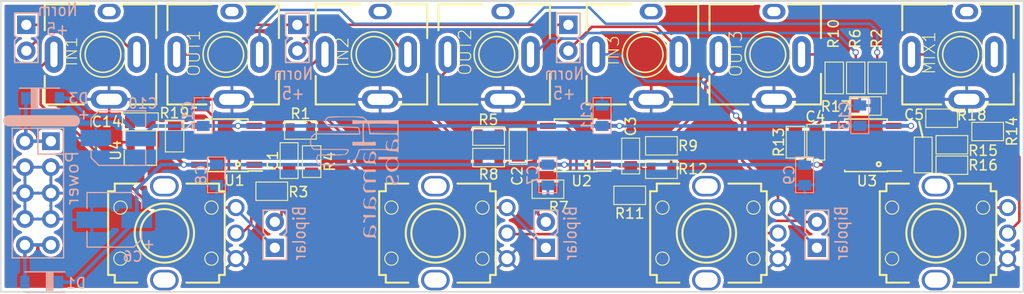
<source format=kicad_pcb>
(kicad_pcb (version 4) (host pcbnew 4.0.5)
  (layers (0 Top signal hide) (31 Bottom signal) (34 B.Paste user hide) (35 F.Paste user hide) (36 B.SilkS user) (37 F.SilkS user hide) (38 B.Mask user hide) (39 F.Mask user hide) (44 Edge.Cuts user))
  (net 0 "")
  (net 1 GNDA)
  (net 2 "Net-(ATT1-Pad2)")
  (net 3 "Net-(ATT1-Pad3)")
  (net 4 "Net-(ATT2-Pad2)")
  (net 5 "Net-(ATT2-Pad3)")
  (net 6 "Net-(ATT3-Pad2)")
  (net 7 "Net-(ATT3-Pad3)")
  (net 8 "Net-(C1-Pad1)")
  (net 9 "Net-(C1-Pad2)")
  (net 10 "Net-(C2-Pad1)")
  (net 11 "Net-(C2-Pad2)")
  (net 12 "Net-(C3-Pad1)")
  (net 13 "Net-(C3-Pad2)")
  (net 14 "Net-(C4-Pad1)")
  (net 15 "Net-(C4-Pad2)")
  (net 16 "Net-(C5-Pad1)")
  (net 17 "Net-(C5-Pad2)")
  (net 18 +12VA)
  (net 19 -12VA)
  (net 20 "Net-(C14-Pad1)")
  (net 21 "Net-(IN1-Pad2)")
  (net 22 "Net-(IN2-Pad2)")
  (net 23 "Net-(IN3-Pad2)")
  (net 24 "Net-(JP1-Pad2)")
  (net 25 +5V_ref)
  (net 26 "Net-(JP3-Pad2)")
  (net 27 "Net-(JP5-Pad2)")
  (net 28 "Net-(MIX1-Pad3)")
  (net 29 "Net-(OUT1-Pad2)")
  (net 30 "Net-(OUT1-Pad3)")
  (net 31 "Net-(OUT2-Pad2)")
  (net 32 "Net-(OUT2-Pad3)")
  (net 33 "Net-(OUT3-Pad2)")
  (net 34 "Net-(OUT3-Pad3)")
  (net 35 "Net-(R17-Pad2)")
  (net 36 "Net-(R18-Pad2)")
  (net 37 /+12_IN)
  (net 38 "Net-(MIX1-Pad2)")
  (net 39 /-12_IN)
  (net 40 "Net-(MIXLVL1-Pad2)")
  (net 41 "Net-(IN1-Pad4)")
  (net 42 "Net-(IN2-Pad4)")
  (net 43 "Net-(IN3-Pad4)")
  (net 44 "Net-(MIX1-Pad4)")
  (net 45 "Net-(OUT1-Pad4)")
  (net 46 "Net-(OUT2-Pad4)")
  (net 47 "Net-(OUT3-Pad4)")
  (module Capacitors_SMD:CP_Elec_5x5.8 (layer Bottom) (at 109.6 112.2 180)
    (fp_text reference C6 (at -1.8 -3.6 180) (layer B.SilkS) (effects (justify mirror)))
    (fp_text value 22uF)
    (fp_text user + (at -3.38 -2.35 180) (layer B.SilkS) (effects (justify mirror)))
    (pad 1 smd rect (at -2.2 0) (size 3 1.6) (layers Bottom B.Paste B.Mask) (net 18 +12VA))
    (pad 2 smd rect (at 2.2 0) (size 3 1.6) (layers Bottom B.Paste B.Mask) (net 1 GNDA))
  )
  (module Capacitors_SMD:CP_Elec_5x5.8 (layer Bottom) (at 110 104.2)
    (fp_text reference C10 (at 2.4 -3.4) (layer B.SilkS) (effects (justify mirror)))
    (fp_text value 22uF)
    (fp_text user + (at -3.38 -2.35) (layer B.SilkS) (effects (justify mirror)))
    (pad 1 smd rect (at -2.2 0 180) (size 3 1.6) (layers Bottom B.Paste B.Mask) (net 1 GNDA))
    (pad 2 smd rect (at 2.2 0 180) (size 3 1.6) (layers Bottom B.Paste B.Mask) (net 19 -12VA))
  )
  (module TO_SOT_Packages_SMD:SOT-23_Handsoldering (layer Top) (at 112.15 106.1 270)
    (fp_text reference U4 (at -0.7 2.4 270) (layer F.SilkS))
    (fp_text value LM4040-5)
    (pad 1 smd rect (at -1.5 -0.95 270) (size 1.9 0.8) (layers Top F.Paste F.Mask) (net 20 "Net-(C14-Pad1)"))
    (pad 2 smd rect (at -1.5 0.95 270) (size 1.9 0.8) (layers Top F.Paste F.Mask) (net 1 GNDA))
    (pad 3 smd rect (at 1.5 0 270) (size 1.9 0.8) (layers Top F.Paste F.Mask))
  )
  (module Housings_SOIC:SOIC-8_3.9x4.9mm_Pitch1.27mm (layer Top) (at 120.6 104.9 180)
    (fp_text reference U1 (at -0.75 -3.45 180) (layer F.SilkS))
    (fp_text value OPA1678)
    (pad 1 smd rect (at -2.7 -1.905 180) (size 1.55 0.6) (layers Top F.Paste F.Mask) (net 8 "Net-(C1-Pad1)"))
    (pad 2 smd rect (at -2.7 -0.635 180) (size 1.55 0.6) (layers Top F.Paste F.Mask) (net 9 "Net-(C1-Pad2)"))
    (pad 3 smd rect (at -2.7 0.635 180) (size 1.55 0.6) (layers Top F.Paste F.Mask) (net 2 "Net-(ATT1-Pad2)"))
    (pad 4 smd rect (at -2.7 1.905 180) (size 1.55 0.6) (layers Top F.Paste F.Mask) (net 19 -12VA))
    (pad 5 smd rect (at 2.7 1.905 180) (size 1.55 0.6) (layers Top F.Paste F.Mask) (net 20 "Net-(C14-Pad1)"))
    (pad 6 smd rect (at 2.7 0.635 180) (size 1.55 0.6) (layers Top F.Paste F.Mask) (net 25 +5V_ref))
    (pad 7 smd rect (at 2.7 -0.635 180) (size 1.55 0.6) (layers Top F.Paste F.Mask) (net 25 +5V_ref))
    (pad 8 smd rect (at 2.7 -1.905 180) (size 1.55 0.6) (layers Top F.Paste F.Mask) (net 18 +12VA))
  )
  (module Housings_SOIC:SOIC-8_3.9x4.9mm_Pitch1.27mm (layer Top) (at 154.7 104.9 180)
    (fp_text reference U2 (at -0.6 -3.5 180) (layer F.SilkS))
    (fp_text value OPA1678)
    (pad 1 smd rect (at -2.7 -1.905 180) (size 1.55 0.6) (layers Top F.Paste F.Mask) (net 12 "Net-(C3-Pad1)"))
    (pad 2 smd rect (at -2.7 -0.635 180) (size 1.55 0.6) (layers Top F.Paste F.Mask) (net 13 "Net-(C3-Pad2)"))
    (pad 3 smd rect (at -2.7 0.635 180) (size 1.55 0.6) (layers Top F.Paste F.Mask) (net 6 "Net-(ATT3-Pad2)"))
    (pad 4 smd rect (at -2.7 1.905 180) (size 1.55 0.6) (layers Top F.Paste F.Mask) (net 19 -12VA))
    (pad 5 smd rect (at 2.7 1.905 180) (size 1.55 0.6) (layers Top F.Paste F.Mask) (net 4 "Net-(ATT2-Pad2)"))
    (pad 6 smd rect (at 2.7 0.635 180) (size 1.55 0.6) (layers Top F.Paste F.Mask) (net 11 "Net-(C2-Pad2)"))
    (pad 7 smd rect (at 2.7 -0.635 180) (size 1.55 0.6) (layers Top F.Paste F.Mask) (net 10 "Net-(C2-Pad1)"))
    (pad 8 smd rect (at 2.7 -1.905 180) (size 1.55 0.6) (layers Top F.Paste F.Mask) (net 18 +12VA))
  )
  (module Housings_SOIC:SOIC-8_3.9x4.9mm_Pitch1.27mm (layer Top) (at 183.1 104.9 180)
    (fp_text reference U3 (at -0.1 -3.5 180) (layer F.SilkS))
    (fp_text value OPA1678)
    (pad 1 smd rect (at -2.7 -1.905 180) (size 1.55 0.6) (layers Top F.Paste F.Mask) (net 16 "Net-(C5-Pad1)"))
    (pad 2 smd rect (at -2.7 -0.635 180) (size 1.55 0.6) (layers Top F.Paste F.Mask) (net 17 "Net-(C5-Pad2)"))
    (pad 3 smd rect (at -2.7 0.635 180) (size 1.55 0.6) (layers Top F.Paste F.Mask) (net 36 "Net-(R18-Pad2)"))
    (pad 4 smd rect (at -2.7 1.905 180) (size 1.55 0.6) (layers Top F.Paste F.Mask) (net 19 -12VA))
    (pad 5 smd rect (at 2.7 1.905 180) (size 1.55 0.6) (layers Top F.Paste F.Mask) (net 35 "Net-(R17-Pad2)"))
    (pad 6 smd rect (at 2.7 0.635 180) (size 1.55 0.6) (layers Top F.Paste F.Mask) (net 15 "Net-(C4-Pad2)"))
    (pad 7 smd rect (at 2.7 -0.635 180) (size 1.55 0.6) (layers Top F.Paste F.Mask) (net 14 "Net-(C4-Pad1)"))
    (pad 8 smd rect (at 2.7 -1.905 180) (size 1.55 0.6) (layers Top F.Paste F.Mask) (net 18 +12VA))
  )
  (module Daves_footprints:D_SOD-123 (layer Bottom) (at 102.6 100.3)
    (fp_text reference D3 (at 3.5 0) (layer B.SilkS) (effects (justify mirror)))
    (fp_text value 1N5819)
    (pad 1 smd rect (at -1.65 0) (size 0.9 1.2) (layers Bottom B.Paste B.Mask) (net 39 /-12_IN))
    (pad 2 smd rect (at 1.65 0) (size 0.9 1.2) (layers Bottom B.Paste B.Mask) (net 19 -12VA))
  )
  (module Daves_footprints:D_SOD-123 (layer Bottom) (at 102.5 118.3 180)
    (fp_text reference D1 (at -3.35 -0.1 180) (layer B.SilkS) (effects (justify mirror)))
    (fp_text value 1N5819)
    (pad 1 smd rect (at -1.65 0 180) (size 0.9 1.2) (layers Bottom B.Paste B.Mask) (net 18 +12VA))
    (pad 2 smd rect (at 1.65 0 180) (size 0.9 1.2) (layers Bottom B.Paste B.Mask) (net 37 /+12_IN))
  )
  (module Daves_footprints:Hamara_labs_4_tiny (layer Bottom) (at 133.1 108.1 270)
    (fp_text reference G*** hide)
    (fp_text value LOGO hide)
  )
  (module Daves_footprints:jump-2P (layer Bottom) (at 154 93.1 270)
    (fp_text reference JP6 hide)
    (fp_text value header-2P hide)
    (pad 1 thru_hole rect (at 0 0 270) (size 1.8 1.8) (drill 1) (layers *.Cu *.Mask) (net 25 +5V_ref))
    (pad 2 thru_hole circle (at 2.54 0 270) (size 1.8 1.8) (drill 1) (layers *.Cu *.Mask) (net 23 "Net-(IN3-Pad2)"))
  )
  (module Daves_footprints:jump-2P (layer Bottom) (at 178.3 114.94 90)
    (fp_text reference JP5 hide)
    (fp_text value header-2P hide)
    (pad 1 thru_hole rect (at 0 0 90) (size 1.8 1.8) (drill 1) (layers *.Cu *.Mask) (net 7 "Net-(ATT3-Pad3)"))
    (pad 2 thru_hole circle (at 2.54 0 90) (size 1.8 1.8) (drill 1) (layers *.Cu *.Mask) (net 27 "Net-(JP5-Pad2)"))
  )
  (module Daves_footprints:jump-2P (layer Bottom) (at 127.5 93.1 270)
    (fp_text reference JP4 hide)
    (fp_text value header-2P hide)
    (pad 1 thru_hole rect (at 0 0 270) (size 1.8 1.8) (drill 1) (layers *.Cu *.Mask) (net 25 +5V_ref))
    (pad 2 thru_hole circle (at 2.54 0 270) (size 1.8 1.8) (drill 1) (layers *.Cu *.Mask) (net 22 "Net-(IN2-Pad2)"))
  )
  (module Daves_footprints:jump-2P (layer Bottom) (at 151.8 114.94 90)
    (fp_text reference JP3 hide)
    (fp_text value header-2P hide)
    (pad 1 thru_hole rect (at 0 0 90) (size 1.8 1.8) (drill 1) (layers *.Cu *.Mask) (net 5 "Net-(ATT2-Pad3)"))
    (pad 2 thru_hole circle (at 2.54 0 90) (size 1.8 1.8) (drill 1) (layers *.Cu *.Mask) (net 26 "Net-(JP3-Pad2)"))
  )
  (module Daves_footprints:jump-2P (layer Bottom) (at 101 93.1 270)
    (fp_text reference JP2 hide)
    (fp_text value header-2P hide)
    (pad 1 thru_hole rect (at 0 0 270) (size 1.8 1.8) (drill 1) (layers *.Cu *.Mask) (net 25 +5V_ref))
    (pad 2 thru_hole circle (at 2.54 0 270) (size 1.8 1.8) (drill 1) (layers *.Cu *.Mask) (net 21 "Net-(IN1-Pad2)"))
  )
  (module Daves_footprints:jump-2P (layer Bottom) (at 125.3 114.94 90)
    (fp_text reference JP1 hide)
    (fp_text value header-2P hide)
    (pad 1 thru_hole rect (at 0 0 90) (size 1.8 1.8) (drill 1) (layers *.Cu *.Mask) (net 3 "Net-(ATT1-Pad3)"))
    (pad 2 thru_hole circle (at 2.54 0 90) (size 1.8 1.8) (drill 1) (layers *.Cu *.Mask) (net 24 "Net-(JP1-Pad2)"))
  )
  (module Daves_footprints:C_0805_DKH (layer Top) (at 126.7 106.4 90)
    (fp_text reference C1 (at 0 -1.6 90) (layer F.SilkS))
    (fp_text value 10pF)
    (pad 1 smd rect (at -1 0 90) (size 1 1.25) (layers Top F.Paste F.Mask) (net 8 "Net-(C1-Pad1)"))
    (pad 2 smd rect (at 1 0 90) (size 1 1.25) (layers Top F.Paste F.Mask) (net 9 "Net-(C1-Pad2)"))
  )
  (module Daves_footprints:C_0805_DKH (layer Top) (at 149.1 105 90)
    (fp_text reference C2 (at -2.9 -0.1 90) (layer F.SilkS))
    (fp_text value 10pF)
    (pad 1 smd rect (at -1 0 90) (size 1 1.25) (layers Top F.Paste F.Mask) (net 10 "Net-(C2-Pad1)"))
    (pad 2 smd rect (at 1 0 90) (size 1 1.25) (layers Top F.Paste F.Mask) (net 11 "Net-(C2-Pad2)"))
  )
  (module Daves_footprints:C_0805_DKH (layer Top) (at 160.1 105.95 90)
    (fp_text reference C3 (at 2.9 0 90) (layer F.SilkS))
    (fp_text value 10pF)
    (pad 1 smd rect (at -1 0 90) (size 1 1.25) (layers Top F.Paste F.Mask) (net 12 "Net-(C3-Pad1)"))
    (pad 2 smd rect (at 1 0 90) (size 1 1.25) (layers Top F.Paste F.Mask) (net 13 "Net-(C3-Pad2)"))
  )
  (module Daves_footprints:C_0805_DKH (layer Top) (at 178.2 104.6 90)
    (fp_text reference C4 (at 2.5 -0.05 180) (layer F.SilkS))
    (fp_text value 10pF)
    (pad 1 smd rect (at -1 0 90) (size 1 1.25) (layers Top F.Paste F.Mask) (net 14 "Net-(C4-Pad1)"))
    (pad 2 smd rect (at 1 0 90) (size 1 1.25) (layers Top F.Paste F.Mask) (net 15 "Net-(C4-Pad2)"))
  )
  (module Daves_footprints:C_0805_DKH (layer Top) (at 188.7 105.85 90)
    (fp_text reference C5 (at 3.95 -0.9 180) (layer F.SilkS))
    (fp_text value 10pF)
    (pad 1 smd rect (at -1 0 90) (size 1 1.25) (layers Top F.Paste F.Mask) (net 16 "Net-(C5-Pad1)"))
    (pad 2 smd rect (at 1 0 90) (size 1 1.25) (layers Top F.Paste F.Mask) (net 17 "Net-(C5-Pad2)"))
  )
  (module Daves_footprints:C_0805_DKH (layer Bottom) (at 152 107.8 270)
    (fp_text reference C7 (at 0 1.5 270) (layer B.SilkS) (effects (justify mirror)))
    (fp_text value 100nF)
    (pad 1 smd rect (at -1 0 270) (size 1 1.25) (layers Bottom B.Paste B.Mask) (net 18 +12VA))
    (pad 2 smd rect (at 1 0 270) (size 1 1.25) (layers Bottom B.Paste B.Mask) (net 1 GNDA))
  )
  (module Daves_footprints:C_0805_DKH (layer Bottom) (at 119.6 107.8 270)
    (fp_text reference C8 (at 0 1.5 270) (layer B.SilkS) (effects (justify mirror)))
    (fp_text value 100nF)
    (pad 1 smd rect (at -1 0 270) (size 1 1.25) (layers Bottom B.Paste B.Mask) (net 18 +12VA))
    (pad 2 smd rect (at 1 0 270) (size 1 1.25) (layers Bottom B.Paste B.Mask) (net 1 GNDA))
  )
  (module Daves_footprints:C_0805_DKH (layer Bottom) (at 177.1 107.8 270)
    (fp_text reference C9 (at 0 1.5 270) (layer B.SilkS) (effects (justify mirror)))
    (fp_text value 100nF)
    (pad 1 smd rect (at -1 0 270) (size 1 1.25) (layers Bottom B.Paste B.Mask) (net 18 +12VA))
    (pad 2 smd rect (at 1 0 270) (size 1 1.25) (layers Bottom B.Paste B.Mask) (net 1 GNDA))
  )
  (module Daves_footprints:C_0805_DKH (layer Bottom) (at 157.3 102 270)
    (fp_text reference C11 (at 0 1.5 270) (layer B.SilkS) (effects (justify mirror)))
    (fp_text value 100nF)
    (pad 1 smd rect (at -1 0 270) (size 1 1.25) (layers Bottom B.Paste B.Mask) (net 1 GNDA))
    (pad 2 smd rect (at 1 0 270) (size 1 1.25) (layers Bottom B.Paste B.Mask) (net 19 -12VA))
  )
  (module Daves_footprints:C_0805_DKH (layer Bottom) (at 118.3 102 270)
    (fp_text reference C12 (at 0 1.5 270) (layer B.SilkS) (effects (justify mirror)))
    (fp_text value 100nF)
    (pad 1 smd rect (at -1 0 270) (size 1 1.25) (layers Bottom B.Paste B.Mask) (net 1 GNDA))
    (pad 2 smd rect (at 1 0 270) (size 1 1.25) (layers Bottom B.Paste B.Mask) (net 19 -12VA))
  )
  (module Daves_footprints:C_0805_DKH (layer Bottom) (at 182.5 102 270)
    (fp_text reference C13 (at 0 1.5 270) (layer B.SilkS) (effects (justify mirror)))
    (fp_text value 100nF)
    (pad 1 smd rect (at -1 0 270) (size 1 1.25) (layers Bottom B.Paste B.Mask) (net 1 GNDA))
    (pad 2 smd rect (at 1 0 270) (size 1 1.25) (layers Bottom B.Paste B.Mask) (net 19 -12VA))
  )
  (module Daves_footprints:C_0805_DKH (layer Top) (at 112.15 102.6 180)
    (fp_text reference C14 (at 3.3 0 180) (layer F.SilkS))
    (fp_text value 100nF)
    (pad 1 smd rect (at -1 0 180) (size 1 1.25) (layers Top F.Paste F.Mask) (net 20 "Net-(C14-Pad1)"))
    (pad 2 smd rect (at 1 0 180) (size 1 1.25) (layers Top F.Paste F.Mask) (net 1 GNDA))
  )
  (module Daves_footprints:POT_SONG_HUEI_9mm_tall_trimmer (layer Top) (at 189.95 113.5 90)
    (fp_text reference MIXLVL1 hide)
    (fp_text value 10K hide)
    (pad 1 thru_hole circle (at -2.5 7) (size 1.6764 1.6764) (drill 1.1) (layers *.Cu *.Mask) (net 1 GNDA))
    (pad 2 thru_hole circle (at 0 7) (size 1.6764 1.6764) (drill 1.1) (layers *.Cu *.Mask) (net 40 "Net-(MIXLVL1-Pad2)"))
    (pad 3 thru_hole circle (at 2.5 7) (size 1.6764 1.6764) (drill 1.1) (layers *.Cu *.Mask) (net 14 "Net-(C4-Pad1)"))
    (pad M1 thru_hole oval (at 4.6 0 90) (size 2 2.8) (drill oval 1.5 2.2) (layers *.Cu *.Mask))
    (pad M2 thru_hole oval (at -4.6 0 90) (size 2 2.8) (drill oval 1.5 2.2) (layers *.Cu *.Mask))
  )
  (module Daves_footprints:POT_SONG_HUEI_9mm_tall_trimmer (layer Top) (at 167.5 113.5 90)
    (fp_text reference ATT3 hide)
    (fp_text value 100K hide)
    (pad 1 thru_hole circle (at -2.5 7) (size 1.6764 1.6764) (drill 1.1) (layers *.Cu *.Mask) (net 1 GNDA))
    (pad 2 thru_hole circle (at 0 7) (size 1.6764 1.6764) (drill 1.1) (layers *.Cu *.Mask) (net 6 "Net-(ATT3-Pad2)"))
    (pad 3 thru_hole circle (at 2.5 7) (size 1.6764 1.6764) (drill 1.1) (layers *.Cu *.Mask) (net 7 "Net-(ATT3-Pad3)"))
    (pad M1 thru_hole oval (at 4.6 0 90) (size 2 2.8) (drill oval 1.5 2.2) (layers *.Cu *.Mask))
    (pad M2 thru_hole oval (at -4.6 0 90) (size 2 2.8) (drill oval 1.5 2.2) (layers *.Cu *.Mask))
  )
  (module Daves_footprints:POT_SONG_HUEI_9mm_tall_trimmer (layer Top) (at 141 113.5 90)
    (fp_text reference ATT2 hide)
    (fp_text value 100K hide)
    (pad 1 thru_hole circle (at -2.5 7) (size 1.6764 1.6764) (drill 1.1) (layers *.Cu *.Mask) (net 1 GNDA))
    (pad 2 thru_hole circle (at 0 7) (size 1.6764 1.6764) (drill 1.1) (layers *.Cu *.Mask) (net 4 "Net-(ATT2-Pad2)"))
    (pad 3 thru_hole circle (at 2.5 7) (size 1.6764 1.6764) (drill 1.1) (layers *.Cu *.Mask) (net 5 "Net-(ATT2-Pad3)"))
    (pad M1 thru_hole oval (at 4.6 0 90) (size 2 2.8) (drill oval 1.5 2.2) (layers *.Cu *.Mask))
    (pad M2 thru_hole oval (at -4.6 0 90) (size 2 2.8) (drill oval 1.5 2.2) (layers *.Cu *.Mask))
  )
  (module Daves_footprints:POT_SONG_HUEI_9mm_tall_trimmer (layer Top) (at 114.5 113.5 90)
    (fp_text reference ATT1 hide)
    (fp_text value 100K hide)
    (pad 1 thru_hole circle (at -2.5 7) (size 1.6764 1.6764) (drill 1.1) (layers *.Cu *.Mask) (net 1 GNDA))
    (pad 2 thru_hole circle (at 0 7) (size 1.6764 1.6764) (drill 1.1) (layers *.Cu *.Mask) (net 2 "Net-(ATT1-Pad2)"))
    (pad 3 thru_hole circle (at 2.5 7) (size 1.6764 1.6764) (drill 1.1) (layers *.Cu *.Mask) (net 3 "Net-(ATT1-Pad3)"))
    (pad M1 thru_hole oval (at 4.6 0 90) (size 2 2.8) (drill oval 1.5 2.2) (layers *.Cu *.Mask))
    (pad M2 thru_hole oval (at -4.6 0 90) (size 2 2.8) (drill oval 1.5 2.2) (layers *.Cu *.Mask))
  )
  (module Daves_footprints:HEADER_2.54_2x5 (layer Bottom) (at 103.4 104.5 270)
    (fp_text reference X1 hide)
    (fp_text value CONN_02X05 hide)
    (pad 1 thru_hole rect (at 0 0 270) (size 1.7272 1.7272) (drill 1.016) (layers *.Cu *.Mask) (net 39 /-12_IN))
    (pad 2 thru_hole oval (at 0 2.54 270) (size 1.7272 1.7272) (drill 1.016) (layers *.Cu *.Mask) (net 39 /-12_IN))
    (pad 3 thru_hole oval (at 2.54 0 270) (size 1.7272 1.7272) (drill 1.016) (layers *.Cu *.Mask) (net 1 GNDA))
    (pad 4 thru_hole oval (at 2.54 2.54 270) (size 1.7272 1.7272) (drill 1.016) (layers *.Cu *.Mask) (net 1 GNDA))
    (pad 5 thru_hole oval (at 5.08 0 270) (size 1.7272 1.7272) (drill 1.016) (layers *.Cu *.Mask) (net 1 GNDA))
    (pad 6 thru_hole oval (at 5.08 2.54 270) (size 1.7272 1.7272) (drill 1.016) (layers *.Cu *.Mask) (net 1 GNDA))
    (pad 7 thru_hole oval (at 7.62 0 270) (size 1.7272 1.7272) (drill 1.016) (layers *.Cu *.Mask) (net 1 GNDA))
    (pad 8 thru_hole oval (at 7.62 2.54 270) (size 1.7272 1.7272) (drill 1.016) (layers *.Cu *.Mask) (net 1 GNDA))
    (pad 9 thru_hole oval (at 10.16 0 270) (size 1.7272 1.7272) (drill 1.016) (layers *.Cu *.Mask) (net 37 /+12_IN))
    (pad 10 thru_hole oval (at 10.16 2.54 270) (size 1.7272 1.7272) (drill 1.016) (layers *.Cu *.Mask) (net 37 /+12_IN))
  )
  (module Daves_footprints:R_0805_DKH_hand (layer Top) (at 115.5 104 270)
    (fp_text reference R19 (at -2.25 0.025 360) (layer F.SilkS))
    (fp_text value 10K)
    (pad 1 smd rect (at -1 0 270) (size 0.85 1.3) (layers Top F.Paste F.Mask) (net 20 "Net-(C14-Pad1)"))
    (pad 2 smd rect (at 1 0 270) (size 0.85 1.3) (layers Top F.Paste F.Mask) (net 18 +12VA))
  )
  (module Daves_footprints:R_0805_DKH_hand (layer Top) (at 190.5 102.25 180)
    (fp_text reference R18 (at -2.95 0.3 180) (layer F.SilkS))
    (fp_text value 75K)
    (pad 1 smd rect (at -1 0 180) (size 0.85 1.3) (layers Top F.Paste F.Mask) (net 1 GNDA))
    (pad 2 smd rect (at 1 0 180) (size 0.85 1.3) (layers Top F.Paste F.Mask) (net 36 "Net-(R18-Pad2)"))
  )
  (module Daves_footprints:R_0805_DKH_hand (layer Top) (at 183.05 101.05 180)
    (fp_text reference R17 (at 2.925 -0.05 180) (layer F.SilkS))
    (fp_text value 43K)
    (pad 1 smd rect (at -1 0 180) (size 0.85 1.3) (layers Top F.Paste F.Mask) (net 1 GNDA))
    (pad 2 smd rect (at 1 0 180) (size 0.85 1.3) (layers Top F.Paste F.Mask) (net 35 "Net-(R17-Pad2)"))
  )
  (module Daves_footprints:R_0805_DKH_hand (layer Top) (at 191.5 106.85 180)
    (fp_text reference R16 (at -3.05 0 180) (layer F.SilkS))
    (fp_text value 330R)
    (pad 1 smd rect (at -1 0 180) (size 0.85 1.3) (layers Top F.Paste F.Mask) (net 28 "Net-(MIX1-Pad3)"))
    (pad 2 smd rect (at 1 0 180) (size 0.85 1.3) (layers Top F.Paste F.Mask) (net 16 "Net-(C5-Pad1)"))
  )
  (module Daves_footprints:R_0805_DKH_hand (layer Top) (at 191.5 104.85 180)
    (fp_text reference R15 (at -3.05 -0.575 180) (layer F.SilkS))
    (fp_text value 200K)
    (pad 1 smd rect (at -1 0 180) (size 0.85 1.3) (layers Top F.Paste F.Mask) (net 28 "Net-(MIX1-Pad3)"))
    (pad 2 smd rect (at 1 0 180) (size 0.85 1.3) (layers Top F.Paste F.Mask) (net 17 "Net-(C5-Pad2)"))
  )
  (module Daves_footprints:R_0805_DKH_hand (layer Top) (at 195 103.55)
    (fp_text reference R14 (at 2.375 0 90) (layer F.SilkS))
    (fp_text value 120K)
    (pad 1 smd rect (at -1 0) (size 0.85 1.3) (layers Top F.Paste F.Mask) (net 17 "Net-(C5-Pad2)"))
    (pad 2 smd rect (at 1 0) (size 0.85 1.3) (layers Top F.Paste F.Mask) (net 40 "Net-(MIXLVL1-Pad2)"))
  )
  (module Daves_footprints:R_0805_DKH_hand (layer Top) (at 176.2 104.6 90)
    (fp_text reference R13 (at 0 -1.625 90) (layer F.SilkS))
    (fp_text value 120K)
    (pad 1 smd rect (at -1 0 90) (size 0.85 1.3) (layers Top F.Paste F.Mask) (net 14 "Net-(C4-Pad1)"))
    (pad 2 smd rect (at 1 0 90) (size 0.85 1.3) (layers Top F.Paste F.Mask) (net 15 "Net-(C4-Pad2)"))
  )
  (module Daves_footprints:R_0805_DKH_hand (layer Top) (at 163.1 107.25 180)
    (fp_text reference R12 (at -3.075 0.025 180) (layer F.SilkS))
    (fp_text value 330R)
    (pad 1 smd rect (at -1 0 180) (size 0.85 1.3) (layers Top F.Paste F.Mask) (net 34 "Net-(OUT3-Pad3)"))
    (pad 2 smd rect (at 1 0 180) (size 0.85 1.3) (layers Top F.Paste F.Mask) (net 12 "Net-(C3-Pad1)"))
  )
  (module Daves_footprints:R_0805_DKH_hand (layer Top) (at 160 109.8)
    (fp_text reference R11 (at 0 1.775) (layer F.SilkS))
    (fp_text value 200K)
    (pad 1 smd rect (at -1 0) (size 0.85 1.3) (layers Top F.Paste F.Mask) (net 13 "Net-(C3-Pad2)"))
    (pad 2 smd rect (at 1 0) (size 0.85 1.3) (layers Top F.Paste F.Mask) (net 27 "Net-(JP5-Pad2)"))
  )
  (module Daves_footprints:R_0805_DKH_hand (layer Top) (at 180 98.3 270)
    (fp_text reference R10 (at -4.325 0.075 270) (layer F.SilkS))
    (fp_text value 200K)
    (pad 1 smd rect (at -1 0 270) (size 0.85 1.3) (layers Top F.Paste F.Mask) (net 33 "Net-(OUT3-Pad2)"))
    (pad 2 smd rect (at 1 0 270) (size 0.85 1.3) (layers Top F.Paste F.Mask) (net 15 "Net-(C4-Pad2)"))
  )
  (module Daves_footprints:R_0805_DKH_hand (layer Top) (at 163.1 104.95 180)
    (fp_text reference R9 (at -2.6 0 180) (layer F.SilkS))
    (fp_text value 200K)
    (pad 1 smd rect (at -1 0 180) (size 0.85 1.3) (layers Top F.Paste F.Mask) (net 34 "Net-(OUT3-Pad3)"))
    (pad 2 smd rect (at 1 0 180) (size 0.85 1.3) (layers Top F.Paste F.Mask) (net 13 "Net-(C3-Pad2)"))
  )
  (module Daves_footprints:R_0805_DKH_hand (layer Top) (at 146.2 106.1)
    (fp_text reference R8 (at 0 1.65) (layer F.SilkS))
    (fp_text value 330R)
    (pad 1 smd rect (at -1 0) (size 0.85 1.3) (layers Top F.Paste F.Mask) (net 32 "Net-(OUT2-Pad3)"))
    (pad 2 smd rect (at 1 0) (size 0.85 1.3) (layers Top F.Paste F.Mask) (net 10 "Net-(C2-Pad1)"))
  )
  (module Daves_footprints:R_0805_DKH_hand (layer Top) (at 152 109.2 180)
    (fp_text reference R7 (at -1.05 -1.75 180) (layer F.SilkS))
    (fp_text value 200K)
    (pad 1 smd rect (at -1 0 180) (size 0.85 1.3) (layers Top F.Paste F.Mask) (net 11 "Net-(C2-Pad2)"))
    (pad 2 smd rect (at 1 0 180) (size 0.85 1.3) (layers Top F.Paste F.Mask) (net 26 "Net-(JP3-Pad2)"))
  )
  (module Daves_footprints:R_0805_DKH_hand (layer Top) (at 146.2 104)
    (fp_text reference R5 (at -0.025 -1.6) (layer F.SilkS))
    (fp_text value 200K)
    (pad 1 smd rect (at -1 0) (size 0.85 1.3) (layers Top F.Paste F.Mask) (net 32 "Net-(OUT2-Pad3)"))
    (pad 2 smd rect (at 1 0) (size 0.85 1.3) (layers Top F.Paste F.Mask) (net 11 "Net-(C2-Pad2)"))
  )
  (module Daves_footprints:R_0805_DKH_hand (layer Top) (at 128.9 106.5 270)
    (fp_text reference R4 (at 0 -1.775 270) (layer F.SilkS))
    (fp_text value 330R)
    (pad 1 smd rect (at -1 0 270) (size 0.85 1.3) (layers Top F.Paste F.Mask) (net 30 "Net-(OUT1-Pad3)"))
    (pad 2 smd rect (at 1 0 270) (size 0.85 1.3) (layers Top F.Paste F.Mask) (net 8 "Net-(C1-Pad1)"))
  )
  (module Daves_footprints:R_0805_DKH_hand (layer Top) (at 125 109.4)
    (fp_text reference R3 (at 2.6 0.075) (layer F.SilkS))
    (fp_text value 200K)
    (pad 1 smd rect (at -1 0) (size 0.85 1.3) (layers Top F.Paste F.Mask) (net 9 "Net-(C1-Pad2)"))
    (pad 2 smd rect (at 1 0) (size 0.85 1.3) (layers Top F.Paste F.Mask) (net 24 "Net-(JP1-Pad2)"))
  )
  (module Daves_footprints:R_0805_DKH_hand (layer Top) (at 184.2 98.3 270)
    (fp_text reference R2 (at -3.85 0.05 270) (layer F.SilkS))
    (fp_text value 200K)
    (pad 1 smd rect (at -1 0 270) (size 0.85 1.3) (layers Top F.Paste F.Mask) (net 29 "Net-(OUT1-Pad2)"))
    (pad 2 smd rect (at 1 0 270) (size 0.85 1.3) (layers Top F.Paste F.Mask) (net 15 "Net-(C4-Pad2)"))
  )
  (module Daves_footprints:R_0805_DKH_hand (layer Top) (at 127.8 103.4 180)
    (fp_text reference R1 (at 0 1.6 180) (layer F.SilkS))
    (fp_text value 200K)
    (pad 1 smd rect (at -1 0 180) (size 0.85 1.3) (layers Top F.Paste F.Mask) (net 30 "Net-(OUT1-Pad3)"))
    (pad 2 smd rect (at 1 0 180) (size 0.85 1.3) (layers Top F.Paste F.Mask) (net 9 "Net-(C1-Pad2)"))
  )
  (module Daves_footprints:R_0805_DKH_hand (layer Top) (at 182.1 98.3 270)
    (fp_text reference R6 (at -3.85 0.05 270) (layer F.SilkS))
    (fp_text value 200K)
    (pad 1 smd rect (at -1 0 270) (size 0.85 1.3) (layers Top F.Paste F.Mask) (net 31 "Net-(OUT2-Pad2)"))
    (pad 2 smd rect (at 1 0 270) (size 0.85 1.3) (layers Top F.Paste F.Mask) (net 15 "Net-(C4-Pad2)"))
  )
  (module Daves_footprints:PJ301BM-JACK-slots-3attmix-fix (layer Top) (at 108.5 96 90)
    (fp_text reference IN1 (at -1.275 -2.425 90) (layer F.SilkS) (effects (font (size 1.2065 1.2065) (thickness 0.1016)) (justify left bottom)))
    (fp_text value PJ301BM)
    (pad 1 thru_hole oval (at -4.4 0.6 90) (size 1.8 3.6) (drill oval 1.1 2.5) (layers *.Cu *.Mask) (net 1 GNDA))
    (pad 4 thru_hole oval (at 4.2 0.6 90) (size 1.5 2.25) (drill oval 0.9 1.3) (layers *.Cu *.Mask) (net 41 "Net-(IN1-Pad4)"))
    (pad 2 thru_hole oval (at 0 3.3 90) (size 3.6 1.8) (drill oval 2.5 0.7) (layers *.Cu *.Mask) (net 21 "Net-(IN1-Pad2)"))
    (pad 3 thru_hole oval (at 0 -4.8 90) (size 3.6 1.8) (drill oval 2.5 0.7) (layers *.Cu *.Mask) (net 3 "Net-(ATT1-Pad3)"))
  )
  (module Daves_footprints:PJ301BM-JACK-slots-3attmix-fix (layer Top) (at 135 96 90)
    (fp_text reference IN2 (at -1.325 -2.4 90) (layer F.SilkS) (effects (font (size 1.2065 1.2065) (thickness 0.1016)) (justify left bottom)))
    (fp_text value PJ301BM)
    (pad 1 thru_hole oval (at -4.4 0.6 90) (size 1.8 3.6) (drill oval 1.1 2.5) (layers *.Cu *.Mask) (net 1 GNDA))
    (pad 4 thru_hole oval (at 4.2 0.6 90) (size 1.5 2.25) (drill oval 0.9 1.3) (layers *.Cu *.Mask) (net 42 "Net-(IN2-Pad4)"))
    (pad 2 thru_hole oval (at 0 3.3 90) (size 3.6 1.8) (drill oval 2.5 0.7) (layers *.Cu *.Mask) (net 22 "Net-(IN2-Pad2)"))
    (pad 3 thru_hole oval (at 0 -4.8 90) (size 3.6 1.8) (drill oval 2.5 0.7) (layers *.Cu *.Mask) (net 5 "Net-(ATT2-Pad3)"))
  )
  (module Daves_footprints:PJ301BM-JACK-slots-3attmix-fix (layer Top) (at 161.5 96 90)
    (fp_text reference IN3 (at -1.175 -2.45 90) (layer F.SilkS) (effects (font (size 1.2065 1.2065) (thickness 0.1016)) (justify left bottom)))
    (fp_text value PJ301BM)
    (pad 1 thru_hole oval (at -4.4 0.6 90) (size 1.8 3.6) (drill oval 1.1 2.5) (layers *.Cu *.Mask) (net 1 GNDA))
    (pad 4 thru_hole oval (at 4.2 0.6 90) (size 1.5 2.25) (drill oval 0.9 1.3) (layers *.Cu *.Mask) (net 43 "Net-(IN3-Pad4)"))
    (pad 2 thru_hole oval (at 0 3.3 90) (size 3.6 1.8) (drill oval 2.5 0.7) (layers *.Cu *.Mask) (net 23 "Net-(IN3-Pad2)"))
    (pad 3 thru_hole oval (at 0 -4.8 90) (size 3.6 1.8) (drill oval 2.5 0.7) (layers *.Cu *.Mask) (net 7 "Net-(ATT3-Pad3)"))
  )
  (module Daves_footprints:PJ301BM-JACK-slots-3attmix-fix (layer Top) (at 192.35 96 90)
    (fp_text reference MIX1 (at -2.05 -2.375 90) (layer F.SilkS) (effects (font (size 1.2065 1.2065) (thickness 0.1016)) (justify left bottom)))
    (fp_text value PJ301BM)
    (pad 1 thru_hole oval (at -4.4 0.6 90) (size 1.8 3.6) (drill oval 1.1 2.5) (layers *.Cu *.Mask) (net 1 GNDA))
    (pad 4 thru_hole oval (at 4.2 0.6 90) (size 1.5 2.25) (drill oval 0.9 1.3) (layers *.Cu *.Mask) (net 44 "Net-(MIX1-Pad4)"))
    (pad 2 thru_hole oval (at 0 3.3 90) (size 3.6 1.8) (drill oval 2.5 0.7) (layers *.Cu *.Mask) (net 38 "Net-(MIX1-Pad2)"))
    (pad 3 thru_hole oval (at 0 -4.8 90) (size 3.6 1.8) (drill oval 2.5 0.7) (layers *.Cu *.Mask) (net 28 "Net-(MIX1-Pad3)"))
  )
  (module Daves_footprints:PJ301BM-JACK-slots-3attmix-fix (layer Top) (at 120.5 96 90)
    (fp_text reference OUT1 (at -2.25 -2.425 90) (layer F.SilkS) (effects (font (size 1.2065 1.2065) (thickness 0.1016)) (justify left bottom)))
    (fp_text value PJ301BM)
    (pad 1 thru_hole oval (at -4.4 0.6 90) (size 1.8 3.6) (drill oval 1.1 2.5) (layers *.Cu *.Mask) (net 1 GNDA))
    (pad 4 thru_hole oval (at 4.2 0.6 90) (size 1.5 2.25) (drill oval 0.9 1.3) (layers *.Cu *.Mask) (net 45 "Net-(OUT1-Pad4)"))
    (pad 2 thru_hole oval (at 0 3.3 90) (size 3.6 1.8) (drill oval 2.5 0.7) (layers *.Cu *.Mask) (net 29 "Net-(OUT1-Pad2)"))
    (pad 3 thru_hole oval (at 0 -4.8 90) (size 3.6 1.8) (drill oval 2.5 0.7) (layers *.Cu *.Mask) (net 30 "Net-(OUT1-Pad3)"))
  )
  (module Daves_footprints:PJ301BM-JACK-slots-3attmix-fix (layer Top) (at 147 96 90)
    (fp_text reference OUT2 (at -2.15 -2.4 90) (layer F.SilkS) (effects (font (size 1.2065 1.2065) (thickness 0.1016)) (justify left bottom)))
    (fp_text value PJ301BM)
    (pad 1 thru_hole oval (at -4.4 0.6 90) (size 1.8 3.6) (drill oval 1.1 2.5) (layers *.Cu *.Mask) (net 1 GNDA))
    (pad 4 thru_hole oval (at 4.2 0.6 90) (size 1.5 2.25) (drill oval 0.9 1.3) (layers *.Cu *.Mask) (net 46 "Net-(OUT2-Pad4)"))
    (pad 2 thru_hole oval (at 0 3.3 90) (size 3.6 1.8) (drill oval 2.5 0.7) (layers *.Cu *.Mask) (net 31 "Net-(OUT2-Pad2)"))
    (pad 3 thru_hole oval (at 0 -4.8 90) (size 3.6 1.8) (drill oval 2.5 0.7) (layers *.Cu *.Mask) (net 32 "Net-(OUT2-Pad3)"))
  )
  (module Daves_footprints:PJ301BM-JACK-slots-3attmix-fix (layer Top) (at 173.5 96 90)
    (fp_text reference OUT3 (at -2.3 -2.425 90) (layer F.SilkS) (effects (font (size 1.2065 1.2065) (thickness 0.1016)) (justify left bottom)))
    (fp_text value PJ301BM)
    (pad 1 thru_hole oval (at -4.4 0.6 90) (size 1.8 3.6) (drill oval 1.1 2.5) (layers *.Cu *.Mask) (net 1 GNDA))
    (pad 4 thru_hole oval (at 4.2 0.6 90) (size 1.5 2.25) (drill oval 0.9 1.3) (layers *.Cu *.Mask) (net 47 "Net-(OUT3-Pad4)"))
    (pad 2 thru_hole oval (at 0 3.3 90) (size 3.6 1.8) (drill oval 2.5 0.7) (layers *.Cu *.Mask) (net 33 "Net-(OUT3-Pad2)"))
    (pad 3 thru_hole oval (at 0 -4.8 90) (size 3.6 1.8) (drill oval 2.5 0.7) (layers *.Cu *.Mask) (net 34 "Net-(OUT3-Pad3)"))
  )
  (gr_circle (center 121.7 106.75) (end 121.7 106.95) (layer F.SilkS) (width 0.2))
  (gr_circle (center 155.85 106.75) (end 155.85 106.95) (layer F.SilkS) (width 0.2))
  (gr_circle (center 184.35 106.75) (end 184.35 106.95) (layer F.SilkS) (width 0.2))
  (gr_line (start 188.3 102.6) (end 188.65 104.1) (layer F.SilkS) (width 0.2))
  (gr_text Power (at 105.5 108.1 90) (layer B.SilkS) (effects (font (size 1.2 1.2)) (justify mirror)))
  (gr_line (start 99.3 102.5) (end 105.7 102.5) (angle 90) (layer B.SilkS) (width 1.1))
  (gr_text Bipolar (at 180.7 113.5 90) (layer B.SilkS) (effects (font (size 1.2 1)) (justify mirror)))
  (gr_text "Norm\n+5" (at 153.6 98.85) (layer B.SilkS) (effects (font (size 1.2 1)) (justify mirror)))
  (gr_text Bipolar (at 154.2 113.5 90) (layer B.SilkS) (effects (font (size 1.2 1)) (justify mirror)))
  (gr_text "Norm\n+5" (at 127.1 98.85) (layer B.SilkS) (effects (font (size 1.2 1)) (justify mirror)))
  (gr_text Bipolar (at 127.7 113.5 90) (layer B.SilkS) (effects (font (size 1.2 1)) (justify mirror)))
  (gr_text "Norm\n+5" (at 104.05 92.6) (layer B.SilkS) (effects (font (size 1.2 1)) (justify mirror)))
  (gr_line (start 98.5011 119.2386) (end 198.5011 119.2386) (layer Edge.Cuts) (width 0.15))
  (gr_line (start 198.5011 119.2386) (end 198.5011 90.7686) (layer Edge.Cuts) (width 0.15))
  (gr_line (start 198.5011 90.7686) (end 98.5011 90.7686) (layer Edge.Cuts) (width 0.15))
  (gr_line (start 98.5011 90.7686) (end 98.5011 119.2386) (layer Edge.Cuts) (width 0.15))
  (segment (start 111.2 104.6) (end 111.2 102.65) (width 0.35) (layer Top) (net 1))
  (segment (start 111.2 102.65) (end 111.15 102.6) (width 0.35) (layer Top) (net 1))
  (segment (start 123 112.6) (end 123 110.35) (width 0.25) (layer Top) (net 2))
  (segment (start 121.5 113.5) (end 122.1 113.5) (width 0.25) (layer Top) (net 2))
  (segment (start 122.1 113.5) (end 123 112.6) (width 0.25) (layer Top) (net 2))
  (segment (start 123 110.35) (end 120.8 108.15) (width 0.25) (layer Top) (net 2))
  (segment (start 120.8 108.15) (end 120.8 105.2) (width 0.25) (layer Top) (net 2))
  (segment (start 120.8 105.2) (end 121.735 104.265) (width 0.25) (layer Top) (net 2))
  (segment (start 121.735 104.265) (end 123.3 104.265) (width 0.25) (layer Top) (net 2))
  (segment (start 122.9 112.54) (end 125.3 114.94) (width 0.25) (layer Bottom) (net 3))
  (segment (start 122.36 112) (end 122.9 112.54) (width 0.25) (layer Bottom) (net 3))
  (segment (start 122.9 112.54) (end 121.5 111.14) (width 0.25) (layer Bottom) (net 3))
  (segment (start 121.5 111.14) (end 121.5 111) (width 0.25) (layer Bottom) (net 3))
  (segment (start 113 110.7) (end 103.8 101.5) (width 0.25) (layer Top) (net 3))
  (segment (start 121.5 111) (end 113.3 111) (width 0.25) (layer Top) (net 3))
  (segment (start 113.3 111) (end 113 110.7) (width 0.25) (layer Top) (net 3))
  (segment (start 102.4 100.9) (end 102.4 97.25) (width 0.25) (layer Top) (net 3))
  (segment (start 103.7 96) (end 103.65 96) (width 0.25) (layer Top) (net 3))
  (segment (start 103.65 96) (end 102.4 97.25) (width 0.25) (layer Top) (net 3))
  (segment (start 103.5 95.5) (end 103.7 95.5) (width 0.25) (layer Top) (net 3))
  (segment (start 103.8 101.5) (end 103 101.5) (width 0.25) (layer Top) (net 3))
  (segment (start 103 101.5) (end 102.4 100.9) (width 0.25) (layer Top) (net 3))
  (segment (start 150.45 113.6) (end 153.7 113.6) (width 0.25) (layer Top) (net 4))
  (segment (start 150.45 113.6) (end 148.1 113.6) (width 0.25) (layer Top) (net 4))
  (segment (start 148.1 113.6) (end 148 113.5) (width 0.25) (layer Top) (net 4))
  (segment (start 153.7 113.6) (end 154.8 112.5) (width 0.25) (layer Top) (net 4))
  (segment (start 154.8 112.5) (end 154.8 104.1) (width 0.25) (layer Top) (net 4))
  (segment (start 154.8 104.1) (end 153.695 102.995) (width 0.25) (layer Top) (net 4))
  (segment (start 153.695 102.995) (end 152 102.995) (width 0.25) (layer Top) (net 4))
  (segment (start 149.16 112.3) (end 151.8 114.94) (width 0.25) (layer Bottom) (net 5))
  (segment (start 148.86 112) (end 149.16 112.3) (width 0.25) (layer Bottom) (net 5))
  (segment (start 149.16 112.3) (end 148 111.14) (width 0.25) (layer Bottom) (net 5))
  (segment (start 148 111.14) (end 148 111) (width 0.25) (layer Bottom) (net 5))
  (segment (start 132.8 106.7) (end 136.8 110.7) (width 0.25) (layer Top) (net 5))
  (segment (start 148 111) (end 137.1 111) (width 0.25) (layer Top) (net 5))
  (segment (start 137.1 111) (end 136.8 110.7) (width 0.25) (layer Top) (net 5))
  (segment (start 128.7 97.25) (end 128.7 100.6) (width 0.25) (layer Top) (net 5))
  (segment (start 130.2 96) (end 129.95 96) (width 0.25) (layer Top) (net 5))
  (segment (start 129.95 96) (end 128.7 97.25) (width 0.25) (layer Top) (net 5))
  (segment (start 132.8 104.7) (end 132.8 106.7) (width 0.25) (layer Top) (net 5))
  (segment (start 128.7 100.6) (end 132.8 104.7) (width 0.25) (layer Top) (net 5))
  (segment (start 130.2 95.5) (end 129.9 95.5) (width 0.25) (layer Top) (net 5))
  (segment (start 159.15 113.15) (end 155.7 109.7) (width 0.25) (layer Top) (net 6))
  (segment (start 174.5 113.5) (end 159.5 113.5) (width 0.25) (layer Top) (net 6))
  (segment (start 159.5 113.5) (end 159.15 113.15) (width 0.25) (layer Top) (net 6))
  (segment (start 155.7 104.6) (end 156.035 104.265) (width 0.25) (layer Top) (net 6))
  (segment (start 156.035 104.265) (end 157.4 104.265) (width 0.25) (layer Top) (net 6))
  (segment (start 155.7 109.7) (end 155.7 104.6) (width 0.25) (layer Top) (net 6))
  (segment (start 175.46 112.1) (end 178.3 114.94) (width 0.25) (layer Bottom) (net 7))
  (segment (start 175.46 112.1) (end 174.5 111.14) (width 0.25) (layer Bottom) (net 7))
  (segment (start 175.36 112) (end 175.46 112.1) (width 0.25) (layer Bottom) (net 7))
  (segment (start 174.5 111.14) (end 174.5 111) (width 0.25) (layer Bottom) (net 7))
  (segment (start 170.4 102) (end 167.05 98.65) (width 0.25) (layer Bottom) (net 7))
  (segment (start 158.95 96) (end 161.6 98.65) (width 0.25) (layer Bottom) (net 7))
  (segment (start 161.6 98.65) (end 167.05 98.65) (width 0.25) (layer Bottom) (net 7))
  (segment (start 156.7 96) (end 158.95 96) (width 0.25) (layer Bottom) (net 7))
  (segment (start 174.5 111) (end 174.5 109.9) (width 0.25) (layer Top) (net 7))
  (segment (start 174.5 109.9) (end 171 106.4) (width 0.25) (layer Top) (net 7))
  (segment (start 171 106.4) (end 171 102.6) (width 0.25) (layer Top) (net 7))
  (segment (start 171 102.6) (end 170.4 102) (width 0.25) (layer Top) (net 7))
  (via (at 170.4 102) (size 0.6) (drill 0.4) (layers Top Bottom) (net 7))
  (segment (start 126.7 107.4) (end 128.85 107.4) (width 0.25) (layer Top) (net 8))
  (segment (start 128.85 107.4) (end 128.9 107.45) (width 0.25) (layer Top) (net 8))
  (segment (start 125.105 106.805) (end 125.7 107.4) (width 0.25) (layer Top) (net 8))
  (segment (start 125.7 107.4) (end 126.7 107.4) (width 0.25) (layer Top) (net 8))
  (segment (start 123.3 106.805) (end 125.105 106.805) (width 0.25) (layer Top) (net 8))
  (segment (start 121.85 107.8) (end 121.85 106.15) (width 0.25) (layer Top) (net 9))
  (segment (start 124.05 109.4) (end 123.45 109.4) (width 0.25) (layer Top) (net 9))
  (segment (start 123.45 109.4) (end 121.85 107.8) (width 0.25) (layer Top) (net 9))
  (segment (start 126.7 105.4) (end 126.85 105.25) (width 0.25) (layer Top) (net 9))
  (segment (start 126.85 105.25) (end 126.85 103.4) (width 0.25) (layer Top) (net 9))
  (segment (start 123.3 105.535) (end 126.565 105.535) (width 0.25) (layer Top) (net 9))
  (segment (start 126.565 105.535) (end 126.7 105.4) (width 0.25) (layer Top) (net 9))
  (segment (start 121.85 106.15) (end 122.465 105.535) (width 0.25) (layer Top) (net 9))
  (segment (start 122.465 105.535) (end 123.3 105.535) (width 0.25) (layer Top) (net 9))
  (segment (start 149.1 106) (end 147.25 106) (width 0.25) (layer Top) (net 10))
  (segment (start 147.25 106) (end 147.15 106.1) (width 0.25) (layer Top) (net 10))
  (segment (start 150.765 105.535) (end 150.3 106) (width 0.25) (layer Top) (net 10))
  (segment (start 150.3 106) (end 149.1 106) (width 0.25) (layer Top) (net 10))
  (segment (start 152 105.535) (end 150.765 105.535) (width 0.25) (layer Top) (net 10))
  (segment (start 149.1 104) (end 147.15 104) (width 0.25) (layer Top) (net 11))
  (segment (start 152 104.265) (end 149.365 104.265) (width 0.25) (layer Top) (net 11))
  (segment (start 149.365 104.265) (end 149.1 104) (width 0.25) (layer Top) (net 11))
  (segment (start 152.95 109.2) (end 154 109.2) (width 0.25) (layer Top) (net 11))
  (segment (start 154 109.2) (end 154.2 109) (width 0.25) (layer Top) (net 11))
  (segment (start 154.2 109) (end 154.2 104.9) (width 0.25) (layer Top) (net 11))
  (segment (start 154.2 104.9) (end 153.565 104.265) (width 0.25) (layer Top) (net 11))
  (segment (start 153.565 104.265) (end 152 104.265) (width 0.25) (layer Top) (net 11))
  (segment (start 160.95 106.95) (end 161.25 107.25) (width 0.25) (layer Top) (net 12))
  (segment (start 161.25 107.25) (end 162.15 107.25) (width 0.25) (layer Top) (net 12))
  (segment (start 160.1 106.95) (end 160.95 106.95) (width 0.25) (layer Top) (net 12))
  (segment (start 158.855 106.805) (end 159 106.95) (width 0.25) (layer Top) (net 12))
  (segment (start 159 106.95) (end 160.1 106.95) (width 0.25) (layer Top) (net 12))
  (segment (start 157.4 106.805) (end 158.855 106.805) (width 0.25) (layer Top) (net 12))
  (segment (start 160.1 104.95) (end 162.15 104.95) (width 0.25) (layer Top) (net 13))
  (segment (start 158.315 105.535) (end 158.9 104.95) (width 0.25) (layer Top) (net 13))
  (segment (start 158.9 104.95) (end 160.1 104.95) (width 0.25) (layer Top) (net 13))
  (segment (start 157.4 105.535) (end 158.315 105.535) (width 0.25) (layer Top) (net 13))
  (segment (start 156.3 105.9) (end 156.665 105.535) (width 0.25) (layer Top) (net 13))
  (segment (start 156.665 105.535) (end 157.4 105.535) (width 0.25) (layer Top) (net 13))
  (segment (start 156.3 109.2) (end 156.3 105.9) (width 0.25) (layer Top) (net 13))
  (segment (start 156.9 109.8) (end 156.3 109.2) (width 0.25) (layer Top) (net 13))
  (segment (start 159.05 109.8) (end 156.9 109.8) (width 0.25) (layer Top) (net 13))
  (segment (start 181.535 105.535) (end 186.75 110.75) (width 0.25) (layer Top) (net 14))
  (segment (start 196.95 111) (end 187 111) (width 0.25) (layer Top) (net 14))
  (segment (start 187 111) (end 186.75 110.75) (width 0.25) (layer Top) (net 14))
  (segment (start 180.4 105.535) (end 181.535 105.535) (width 0.25) (layer Top) (net 14))
  (segment (start 178.2 105.6) (end 176.25 105.6) (width 0.25) (layer Top) (net 14))
  (segment (start 176.25 105.6) (end 176.2 105.55) (width 0.25) (layer Top) (net 14))
  (segment (start 180.4 105.535) (end 178.265 105.535) (width 0.25) (layer Top) (net 14))
  (segment (start 178.265 105.535) (end 178.2 105.6) (width 0.25) (layer Top) (net 14))
  (segment (start 178.2 103) (end 180 101.2) (width 0.25) (layer Top) (net 15))
  (segment (start 180 101.2) (end 180 99.25) (width 0.25) (layer Top) (net 15))
  (segment (start 178.2 103.6) (end 178.2 103) (width 0.25) (layer Top) (net 15))
  (segment (start 182.1 99.25) (end 184.2 99.25) (width 0.25) (layer Top) (net 15))
  (segment (start 180 99.25) (end 182.1 99.25) (width 0.25) (layer Top) (net 15))
  (segment (start 178.2 103.6) (end 176.25 103.6) (width 0.25) (layer Top) (net 15))
  (segment (start 176.25 103.6) (end 176.2 103.65) (width 0.25) (layer Top) (net 15))
  (segment (start 179.465 104.265) (end 178.8 103.6) (width 0.25) (layer Top) (net 15))
  (segment (start 178.8 103.6) (end 178.2 103.6) (width 0.25) (layer Top) (net 15))
  (segment (start 180.4 104.265) (end 179.465 104.265) (width 0.25) (layer Top) (net 15))
  (segment (start 188.7 106.85) (end 190.55 106.85) (width 0.25) (layer Top) (net 16))
  (segment (start 185.8 106.805) (end 188.655 106.805) (width 0.25) (layer Top) (net 16))
  (segment (start 188.655 106.805) (end 188.7 106.85) (width 0.25) (layer Top) (net 16))
  (segment (start 188.7 104.85) (end 189.75 104.85) (width 0.25) (layer Top) (net 17))
  (segment (start 189.75 104.85) (end 190.55 104.85) (width 0.25) (layer Top) (net 17))
  (segment (start 190.1 103.55) (end 189.75 103.9) (width 0.25) (layer Top) (net 17))
  (segment (start 189.75 103.9) (end 189.75 104.85) (width 0.25) (layer Top) (net 17))
  (segment (start 191.5 103.55) (end 194.05 103.55) (width 0.25) (layer Top) (net 17))
  (segment (start 191.2 103.55) (end 191.5 103.55) (width 0.25) (layer Top) (net 17))
  (segment (start 191.5 103.55) (end 190.1 103.55) (width 0.25) (layer Top) (net 17))
  (segment (start 186.815 105.535) (end 187.5 104.85) (width 0.25) (layer Top) (net 17))
  (segment (start 187.5 104.85) (end 188.7 104.85) (width 0.25) (layer Top) (net 17))
  (segment (start 185.8 105.535) (end 186.815 105.535) (width 0.25) (layer Top) (net 17))
  (segment (start 104.15 118.3) (end 105.7 118.3) (width 0.35) (layer Bottom) (net 18))
  (segment (start 105.7 118.3) (end 111.8 112.2) (width 0.35) (layer Bottom) (net 18))
  (segment (start 153.6 106.8) (end 176.2 106.8) (width 0.35) (layer Bottom) (net 18))
  (segment (start 176.2 106.8) (end 178.3 106.8) (width 0.35) (layer Bottom) (net 18))
  (segment (start 177.1 106.8) (end 176.2 106.8) (width 0.35) (layer Bottom) (net 18))
  (segment (start 118.8 106.8) (end 151 106.8) (width 0.35) (layer Bottom) (net 18))
  (segment (start 151 106.8) (end 153.6 106.8) (width 0.35) (layer Bottom) (net 18))
  (segment (start 152 106.8) (end 151 106.8) (width 0.35) (layer Bottom) (net 18))
  (segment (start 116.4 106.8) (end 118.8 106.8) (width 0.35) (layer Bottom) (net 18))
  (segment (start 119.6 106.8) (end 118.8 106.8) (width 0.35) (layer Bottom) (net 18))
  (segment (start 115.5 104.95) (end 115.5 105.9) (width 0.35) (layer Top) (net 18))
  (segment (start 115.5 105.9) (end 116.4 106.8) (width 0.35) (layer Top) (net 18))
  (segment (start 111.8 109.2) (end 114.2 106.8) (width 0.35) (layer Bottom) (net 18))
  (segment (start 114.2 106.8) (end 116.4 106.8) (width 0.35) (layer Bottom) (net 18))
  (segment (start 111.8 112.2) (end 111.8 109.2) (width 0.35) (layer Bottom) (net 18))
  (segment (start 117.9 106.805) (end 116.405 106.805) (width 0.35) (layer Top) (net 18))
  (segment (start 116.405 106.805) (end 116.4 106.8) (width 0.35) (layer Top) (net 18))
  (via (at 116.4 106.8) (size 0.6) (drill 0.4) (layers Top Bottom) (net 18))
  (segment (start 152 106.805) (end 153.595 106.805) (width 0.35) (layer Top) (net 18))
  (segment (start 153.595 106.805) (end 153.6 106.8) (width 0.35) (layer Top) (net 18))
  (via (at 153.6 106.8) (size 0.6) (drill 0.4) (layers Top Bottom) (net 18))
  (segment (start 178.3 106.8) (end 180.395 106.8) (width 0.35) (layer Top) (net 18))
  (segment (start 180.395 106.8) (end 180.4 106.805) (width 0.35) (layer Top) (net 18))
  (via (at 178.3 106.8) (size 0.6) (drill 0.4) (layers Top Bottom) (net 18))
  (segment (start 113.4 103) (end 119 103) (width 0.35) (layer Bottom) (net 19))
  (segment (start 112.2 104.2) (end 113.4 103) (width 0.35) (layer Bottom) (net 19))
  (segment (start 106.9 102) (end 110 102) (width 0.35) (layer Bottom) (net 19))
  (segment (start 110 102) (end 112.2 104.2) (width 0.35) (layer Bottom) (net 19))
  (segment (start 105.2 100.3) (end 106.9 102) (width 0.35) (layer Bottom) (net 19))
  (segment (start 104.25 100.3) (end 105.2 100.3) (width 0.35) (layer Bottom) (net 19))
  (segment (start 187.5 103) (end 185.805 103) (width 0.35) (layer Top) (net 19))
  (segment (start 185.805 103) (end 185.8 102.995) (width 0.35) (layer Top) (net 19))
  (segment (start 184 103) (end 187.5 103) (width 0.35) (layer Bottom) (net 19))
  (via (at 187.5 103) (size 0.6) (drill 0.4) (layers Top Bottom) (net 19))
  (segment (start 159 103) (end 181.5 103) (width 0.35) (layer Bottom) (net 19))
  (segment (start 181.5 103) (end 184 103) (width 0.35) (layer Bottom) (net 19))
  (segment (start 182.5 103) (end 181.5 103) (width 0.35) (layer Bottom) (net 19))
  (segment (start 121.7 103) (end 155.9 103) (width 0.35) (layer Bottom) (net 19))
  (segment (start 155.9 103) (end 159 103) (width 0.35) (layer Bottom) (net 19))
  (segment (start 157.3 103) (end 155.9 103) (width 0.35) (layer Bottom) (net 19))
  (segment (start 119 103) (end 121.7 103) (width 0.35) (layer Bottom) (net 19))
  (segment (start 118.3 103) (end 119 103) (width 0.35) (layer Bottom) (net 19))
  (segment (start 123.3 102.995) (end 121.705 102.995) (width 0.35) (layer Top) (net 19))
  (segment (start 121.705 102.995) (end 121.7 103) (width 0.35) (layer Top) (net 19))
  (via (at 121.7 103) (size 0.6) (drill 0.4) (layers Top Bottom) (net 19))
  (segment (start 157.4 102.995) (end 158.995 102.995) (width 0.35) (layer Top) (net 19))
  (via (at 159 103) (size 0.6) (drill 0.4) (layers Top Bottom) (net 19))
  (segment (start 158.995 102.995) (end 159 103) (width 0.35) (layer Top) (net 19))
  (segment (start 185.795 103) (end 185.8 102.995) (width 0.35) (layer Top) (net 19))
  (segment (start 115.5 103.05) (end 113.6 103.05) (width 0.25) (layer Top) (net 20))
  (segment (start 113.6 103.05) (end 113.15 102.6) (width 0.25) (layer Top) (net 20))
  (segment (start 115.5 103.05) (end 117.845 103.05) (width 0.25) (layer Top) (net 20))
  (segment (start 117.845 103.05) (end 117.9 102.995) (width 0.25) (layer Top) (net 20))
  (segment (start 113.15 102.6) (end 113.15 104.55) (width 0.25) (layer Top) (net 20))
  (segment (start 113.15 104.55) (end 113.1 104.6) (width 0.25) (layer Top) (net 20))
  (segment (start 109.5 93.8) (end 102.84 93.8) (width 0.25) (layer Top) (net 21))
  (segment (start 102.84 93.8) (end 101 95.64) (width 0.25) (layer Top) (net 21))
  (segment (start 111.7 96) (end 109.5 93.8) (width 0.25) (layer Top) (net 21))
  (segment (start 111.8 96) (end 111.7 96) (width 0.25) (layer Top) (net 21))
  (segment (start 136.05 93.8) (end 129.34 93.8) (width 0.25) (layer Top) (net 22))
  (segment (start 129.34 93.8) (end 127.5 95.64) (width 0.25) (layer Top) (net 22))
  (segment (start 138.25 96) (end 136.05 93.8) (width 0.25) (layer Top) (net 22))
  (segment (start 138.3 96) (end 138.25 96) (width 0.25) (layer Top) (net 22))
  (segment (start 156.3 93.3) (end 162.6 93.3) (width 0.25) (layer Top) (net 23))
  (segment (start 154 95.64) (end 154 95.6) (width 0.25) (layer Top) (net 23))
  (segment (start 154 95.6) (end 156.3 93.3) (width 0.25) (layer Top) (net 23))
  (segment (start 162.6 93.3) (end 164.8 95.5) (width 0.25) (layer Top) (net 23))
  (segment (start 164.8 95.5) (end 164.8 96) (width 0.25) (layer Top) (net 23))
  (segment (start 125.3 112.4) (end 125.95 111.75) (width 0.25) (layer Top) (net 24))
  (segment (start 125.95 111.75) (end 125.95 109.4) (width 0.25) (layer Top) (net 24))
  (segment (start 114.3 93.1) (end 114.3 100.9) (width 0.25) (layer Top) (net 25))
  (segment (start 114.3 100.9) (end 114.85 101.45) (width 0.25) (layer Top) (net 25))
  (segment (start 114.85 101.45) (end 118.65 101.45) (width 0.25) (layer Top) (net 25))
  (segment (start 118.65 101.45) (end 119.3 102.1) (width 0.25) (layer Top) (net 25))
  (segment (start 119.3 102.1) (end 119.3 104.2) (width 0.25) (layer Top) (net 25))
  (segment (start 114.3 93.1) (end 101 93.1) (width 0.25) (layer Top) (net 25))
  (segment (start 127.5 93.1) (end 114.3 93.1) (width 0.25) (layer Top) (net 25))
  (segment (start 154 93.1) (end 127.5 93.1) (width 0.25) (layer Top) (net 25))
  (segment (start 119.3 105.5) (end 119.3 104.2) (width 0.25) (layer Top) (net 25))
  (segment (start 117.9 104.265) (end 119.235 104.265) (width 0.25) (layer Top) (net 25))
  (segment (start 119.235 104.265) (end 119.3 104.2) (width 0.25) (layer Top) (net 25))
  (segment (start 119.265 105.535) (end 119.3 105.5) (width 0.25) (layer Top) (net 25))
  (segment (start 117.9 105.535) (end 119.265 105.535) (width 0.25) (layer Top) (net 25))
  (segment (start 151.8 112.4) (end 151.05 111.65) (width 0.25) (layer Top) (net 26))
  (segment (start 151.05 111.65) (end 151.05 109.2) (width 0.25) (layer Top) (net 26))
  (segment (start 162.9 111.75) (end 160.95 109.8) (width 0.25) (layer Top) (net 27))
  (segment (start 176.55 112.3) (end 163.45 112.3) (width 0.25) (layer Top) (net 27))
  (segment (start 163.45 112.3) (end 162.9 111.75) (width 0.25) (layer Top) (net 27))
  (segment (start 176.65 112.4) (end 176.55 112.3) (width 0.25) (layer Top) (net 27))
  (segment (start 178.3 112.4) (end 176.65 112.4) (width 0.25) (layer Top) (net 27))
  (segment (start 192.45 104.85) (end 192.45 105.85) (width 0.25) (layer Top) (net 28))
  (segment (start 196.7 98.4) (end 198 99.7) (width 0.25) (layer Top) (net 28))
  (segment (start 198 101.9) (end 197.6 102.3) (width 0.25) (layer Top) (net 28))
  (segment (start 192.45 105.85) (end 192.45 106.85) (width 0.25) (layer Top) (net 28))
  (segment (start 195 102.9) (end 195 105.15) (width 0.25) (layer Top) (net 28))
  (segment (start 187.55 96) (end 191.7 96) (width 0.25) (layer Top) (net 28))
  (segment (start 197.6 102.3) (end 195.6 102.3) (width 0.25) (layer Top) (net 28))
  (segment (start 191.7 96) (end 194.1 98.4) (width 0.25) (layer Top) (net 28))
  (segment (start 194.1 98.4) (end 196.7 98.4) (width 0.25) (layer Top) (net 28))
  (segment (start 198 99.7) (end 198 101.9) (width 0.25) (layer Top) (net 28))
  (segment (start 195.6 102.3) (end 195 102.9) (width 0.25) (layer Top) (net 28))
  (segment (start 195 105.15) (end 194.3 105.85) (width 0.25) (layer Top) (net 28))
  (segment (start 194.3 105.85) (end 192.45 105.85) (width 0.25) (layer Top) (net 28))
  (segment (start 184.2 93.7) (end 184.2 95.8) (width 0.25) (layer Bottom) (net 29))
  (segment (start 157.65 93) (end 183.5 93) (width 0.25) (layer Bottom) (net 29))
  (segment (start 183.5 93) (end 184.2 93.7) (width 0.25) (layer Bottom) (net 29))
  (segment (start 156.05 91.4) (end 157.65 93) (width 0.25) (layer Bottom) (net 29))
  (segment (start 151.65 91.4) (end 156.05 91.4) (width 0.25) (layer Bottom) (net 29))
  (segment (start 150.05 93) (end 151.65 91.4) (width 0.25) (layer Bottom) (net 29))
  (segment (start 133.05 93) (end 150.05 93) (width 0.25) (layer Bottom) (net 29))
  (segment (start 131.7 91.65) (end 133.05 93) (width 0.25) (layer Bottom) (net 29))
  (segment (start 125.65 91.65) (end 131.7 91.65) (width 0.25) (layer Bottom) (net 29))
  (segment (start 123.8 93.5) (end 125.65 91.65) (width 0.25) (layer Bottom) (net 29))
  (segment (start 123.8 96) (end 123.8 93.5) (width 0.25) (layer Bottom) (net 29))
  (segment (start 184.2 95.8) (end 184.2 97.35) (width 0.25) (layer Top) (net 29))
  (via (at 184.2 95.8) (size 0.6) (drill 0.4) (layers Top Bottom) (net 29))
  (segment (start 128.75 103.4) (end 128.75 102.75) (width 0.25) (layer Top) (net 30))
  (segment (start 128.75 102.75) (end 124.6 98.6) (width 0.25) (layer Top) (net 30))
  (segment (start 121.6 98.6) (end 119 96) (width 0.25) (layer Top) (net 30))
  (segment (start 124.6 98.6) (end 121.6 98.6) (width 0.25) (layer Top) (net 30))
  (segment (start 119 96) (end 115.7 96) (width 0.25) (layer Top) (net 30))
  (segment (start 128.75 103.4) (end 128.75 105.4) (width 0.25) (layer Top) (net 30))
  (segment (start 128.75 105.4) (end 128.9 105.55) (width 0.25) (layer Top) (net 30))
  (segment (start 180.45 94.15) (end 182.1 95.8) (width 0.25) (layer Bottom) (net 31))
  (segment (start 155.9 93.9) (end 180.2 93.9) (width 0.25) (layer Bottom) (net 31))
  (segment (start 180.2 93.9) (end 180.45 94.15) (width 0.25) (layer Bottom) (net 31))
  (segment (start 155.35 94.45) (end 155.9 93.9) (width 0.25) (layer Bottom) (net 31))
  (segment (start 152.2 94.45) (end 155.35 94.45) (width 0.25) (layer Bottom) (net 31))
  (segment (start 150.65 96) (end 152.2 94.45) (width 0.25) (layer Bottom) (net 31))
  (segment (start 150.3 96) (end 150.65 96) (width 0.25) (layer Bottom) (net 31))
  (segment (start 182.1 95.8) (end 182.1 97.35) (width 0.25) (layer Top) (net 31))
  (via (at 182.1 95.8) (size 0.6) (drill 0.4) (layers Top Bottom) (net 31))
  (segment (start 140.7 99) (end 141.3 98.4) (width 0.25) (layer Top) (net 32))
  (segment (start 141.3 98.4) (end 142.2 97.5) (width 0.25) (layer Top) (net 32))
  (segment (start 142.2 97.5) (end 142.2 96) (width 0.25) (layer Top) (net 32))
  (segment (start 142.2 97.5) (end 142.2 95.5) (width 0.25) (layer Top) (net 32))
  (segment (start 140.7 102) (end 140.7 99) (width 0.25) (layer Top) (net 32))
  (segment (start 142.7 104) (end 140.7 102) (width 0.25) (layer Top) (net 32))
  (segment (start 145.25 104) (end 142.7 104) (width 0.25) (layer Top) (net 32))
  (segment (start 145.25 106.1) (end 145.25 104) (width 0.25) (layer Top) (net 32))
  (segment (start 176.8 96) (end 178.65 96) (width 0.25) (layer Top) (net 33))
  (segment (start 178.8 96.15) (end 180 97.35) (width 0.25) (layer Top) (net 33))
  (segment (start 178.65 96) (end 178.8 96.15) (width 0.25) (layer Top) (net 33))
  (segment (start 164.05 107.25) (end 164.05 104.95) (width 0.25) (layer Top) (net 34))
  (segment (start 164.05 104.95) (end 164.05 104.15) (width 0.25) (layer Top) (net 34))
  (segment (start 168.7 96) (end 168.7 97.4) (width 0.25) (layer Top) (net 34))
  (segment (start 167.4 98.7) (end 167.4 100.8) (width 0.25) (layer Top) (net 34))
  (segment (start 168.7 97.4) (end 167.4 98.7) (width 0.25) (layer Top) (net 34))
  (segment (start 167.4 100.8) (end 164.05 104.15) (width 0.25) (layer Top) (net 34))
  (segment (start 168.7 97.4) (end 168.7 95.5) (width 0.25) (layer Top) (net 34))
  (segment (start 180.4 101.65) (end 181 101.05) (width 0.25) (layer Top) (net 35))
  (segment (start 181 101.05) (end 182.1 101.05) (width 0.25) (layer Top) (net 35))
  (segment (start 180.4 102.995) (end 180.4 101.65) (width 0.25) (layer Top) (net 35))
  (segment (start 185.8 104.265) (end 187.15 104.265) (width 0.25) (layer Top) (net 36))
  (segment (start 189.55 102.25) (end 189.165 102.25) (width 0.25) (layer Top) (net 36))
  (segment (start 189.165 102.25) (end 187.15 104.265) (width 0.25) (layer Top) (net 36))
  (segment (start 100.86 114.66) (end 100.86 118.29) (width 0.35) (layer Bottom) (net 37))
  (segment (start 100.86 118.29) (end 100.85 118.3) (width 0.35) (layer Bottom) (net 37))
  (segment (start 103.4 114.66) (end 100.86 114.66) (width 0.35) (layer Bottom) (net 37))
  (segment (start 100.86 104.5) (end 103.4 104.5) (width 0.35) (layer Bottom) (net 39))
  (segment (start 100.95 100.3) (end 100.95 104.41) (width 0.35) (layer Bottom) (net 39))
  (segment (start 100.95 104.41) (end 100.86 104.5) (width 0.35) (layer Bottom) (net 39))
  (segment (start 198.1 111.65) (end 198.1 106.05) (width 0.25) (layer Top) (net 40))
  (segment (start 196.95 113.5) (end 198.1 112.35) (width 0.25) (layer Top) (net 40))
  (segment (start 198.1 112.35) (end 198.1 111.65) (width 0.25) (layer Top) (net 40))
  (segment (start 198.1 106.05) (end 195.95 103.9) (width 0.25) (layer Top) (net 40))
  (zone (net 1) (net_name GNDA) (layer Top) (connect_pads (clearance 0.3)) (min_thickness 0.25) (fill yes (mode segment) (arc_segments 16) (thermal_gap 0.4) (thermal_bridge_width 0.26))
    (polygon (pts (xy 98.8 91.05) (xy 198.15 91.05) (xy 198.15 118.95) (xy 98.8 118.95)))
  )
  (zone (net 1) (net_name GNDA) (layer Bottom) (connect_pads (clearance 0.3)) (min_thickness 0.25) (fill yes (mode segment) (arc_segments 16) (thermal_gap 0.4) (thermal_bridge_width 0.26))
    (polygon (pts (xy 98.8 91.05) (xy 198.15 91.05) (xy 198.15 118.95) (xy 98.8 118.95)))
  )
  (zone (net 0) (net_name "") (layer Top) (connect_pads (clearance 0.3)) (min_thickness 0.254)
    (keepout (tracks not_allowed) (vias not_allowed) (copperpour not_allowed))
    (fill yes (arc_segments 16) (thermal_gap 0.508) (thermal_bridge_width 0.508))
    (polygon (pts (xy 111.65 101.8) (xy 112.65 101.8) (xy 112.65 106.5) (xy 111.65 106.5)))
  )
  (zone (net 0) (net_name "") (layer Top) (connect_pads (clearance 0.3)) (min_thickness 0.254)
    (keepout (tracks not_allowed) (vias not_allowed) (copperpour not_allowed))
    (fill yes (arc_segments 16) (thermal_gap 0.508) (thermal_bridge_width 0.508))
    (polygon (pts (xy 114.6 103.4) (xy 116.4 103.4) (xy 116.4 104.6) (xy 114.6 104.6) (xy 114.6 104.6)))
  )
  (zone (net 0) (net_name "") (layer Top) (connect_pads (clearance 0.3)) (min_thickness 0.254)
    (keepout (tracks not_allowed) (vias not_allowed) (copperpour not_allowed))
    (fill yes (arc_segments 16) (thermal_gap 0.508) (thermal_bridge_width 0.508))
    (polygon (pts (xy 128 105.9) (xy 129.8 105.9) (xy 129.8 107.1) (xy 128 107.1)))
  )
  (zone (net 0) (net_name "") (layer Top) (connect_pads (clearance 0.3)) (min_thickness 0.254)
    (keepout (tracks not_allowed) (vias not_allowed) (copperpour not_allowed))
    (fill yes (arc_segments 16) (thermal_gap 0.508) (thermal_bridge_width 0.508))
    (polygon (pts (xy 127.2 102.55) (xy 128.3 102.55) (xy 128.3 104.3) (xy 127.2 104.3) (xy 127.2 103.9)))
  )
  (zone (net 0) (net_name "") (layer Top) (connect_pads (clearance 0.3)) (min_thickness 0.254)
    (keepout (tracks not_allowed) (vias not_allowed) (copperpour not_allowed))
    (fill yes (arc_segments 16) (thermal_gap 0.508) (thermal_bridge_width 0.508))
    (polygon (pts (xy 126.1 105.9) (xy 127.3 105.9) (xy 127.3 106.9) (xy 126.2 106.9) (xy 126.1 106.9)))
  )
  (zone (net 0) (net_name "") (layer Top) (connect_pads (clearance 0.3)) (min_thickness 0.254)
    (keepout (tracks not_allowed) (vias not_allowed) (copperpour not_allowed))
    (fill yes (arc_segments 16) (thermal_gap 0.508) (thermal_bridge_width 0.508))
    (polygon (pts (xy 124.4 108.5) (xy 125.6 108.5) (xy 125.6 110.3) (xy 124.4 110.3) (xy 124.4 109.9)))
  )
  (zone (net 0) (net_name "") (layer Top) (connect_pads (clearance 0.3)) (min_thickness 0.254)
    (keepout (tracks not_allowed) (vias not_allowed) (copperpour not_allowed))
    (fill yes (arc_segments 16) (thermal_gap 0.508) (thermal_bridge_width 0.508))
    (polygon (pts (xy 145.6 103.1) (xy 146.8 103.1) (xy 146.8 104.9) (xy 145.6 104.9) (xy 145.6 104.2)))
  )
  (zone (net 0) (net_name "") (layer Top) (connect_pads (clearance 0.3)) (min_thickness 0.254)
    (keepout (tracks not_allowed) (vias not_allowed) (copperpour not_allowed))
    (fill yes (arc_segments 16) (thermal_gap 0.508) (thermal_bridge_width 0.508))
    (polygon (pts (xy 145.6 105.6) (xy 146.7 105.6) (xy 146.7 106.6) (xy 145.7 106.6) (xy 145.6 106.6)))
  )
  (zone (net 0) (net_name "") (layer Top) (connect_pads (clearance 0.3)) (min_thickness 0.254)
    (keepout (tracks not_allowed) (vias not_allowed) (copperpour not_allowed))
    (fill yes (arc_segments 16) (thermal_gap 0.508) (thermal_bridge_width 0.508))
    (polygon (pts (xy 151.4 108.3) (xy 152.6 108.3) (xy 152.6 110.1) (xy 151.4 110.1) (xy 151.4 109.3)))
  )
  (zone (net 0) (net_name "") (layer Top) (connect_pads (clearance 0.3)) (min_thickness 0.254)
    (keepout (tracks not_allowed) (vias not_allowed) (copperpour not_allowed))
    (fill yes (arc_segments 16) (thermal_gap 0.508) (thermal_bridge_width 0.508))
    (polygon (pts (xy 148.5 104.5) (xy 149.7 104.5) (xy 149.7 105.5) (xy 148.6 105.5) (xy 148.5 105.5)))
  )
  (zone (net 0) (net_name "") (layer Top) (connect_pads (clearance 0.3)) (min_thickness 0.254)
    (keepout (tracks not_allowed) (vias not_allowed) (copperpour not_allowed))
    (fill yes (arc_segments 16) (thermal_gap 0.508) (thermal_bridge_width 0.508))
    (polygon (pts (xy 159.4 108.9) (xy 160.6 108.9) (xy 160.6 110.7) (xy 159.4 110.7) (xy 159.4 110)))
  )
  (zone (net 0) (net_name "") (layer Top) (connect_pads (clearance 0.3)) (min_thickness 0.254)
    (keepout (tracks not_allowed) (vias not_allowed) (copperpour not_allowed))
    (fill yes (arc_segments 16) (thermal_gap 0.508) (thermal_bridge_width 0.508))
    (polygon (pts (xy 162.5 106.35) (xy 163.7 106.35) (xy 163.7 108.15) (xy 162.5 108.15) (xy 162.5 107.75)))
  )
  (zone (net 0) (net_name "") (layer Top) (connect_pads (clearance 0.3)) (min_thickness 0.254)
    (keepout (tracks not_allowed) (vias not_allowed) (copperpour not_allowed))
    (fill yes (arc_segments 16) (thermal_gap 0.508) (thermal_bridge_width 0.508))
    (polygon (pts (xy 162.5 104.05) (xy 163.7 104.05) (xy 163.7 105.85) (xy 162.5 105.85) (xy 162.5 105.15)))
  )
  (zone (net 0) (net_name "") (layer Top) (connect_pads (clearance 0.3)) (min_thickness 0.254)
    (keepout (tracks not_allowed) (vias not_allowed) (copperpour not_allowed))
    (fill yes (arc_segments 16) (thermal_gap 0.508) (thermal_bridge_width 0.508))
    (polygon (pts (xy 190.9 103.95) (xy 192.1 103.95) (xy 192.1 107.75) (xy 190.9 107.75) (xy 190.9 105.65)))
  )
  (zone (net 0) (net_name "") (layer Top) (connect_pads (clearance 0.3)) (min_thickness 0.254)
    (keepout (tracks not_allowed) (vias not_allowed) (copperpour not_allowed))
    (fill yes (arc_segments 16) (thermal_gap 0.508) (thermal_bridge_width 0.508))
    (polygon (pts (xy 159.5 105.45) (xy 160.7 105.45) (xy 160.7 106.45) (xy 159.6 106.45) (xy 159.5 106.45)))
  )
  (zone (net 0) (net_name "") (layer Top) (connect_pads (clearance 0.3)) (min_thickness 0.254)
    (keepout (tracks not_allowed) (vias not_allowed) (copperpour not_allowed))
    (fill yes (arc_segments 16) (thermal_gap 0.508) (thermal_bridge_width 0.508))
    (polygon (pts (xy 177.3 104.1) (xy 179.1 104.1) (xy 179.1 105.1) (xy 177.4 105.1) (xy 177.3 105.1)))
  )
  (zone (net 0) (net_name "") (layer Top) (connect_pads (clearance 0.3)) (min_thickness 0.254)
    (keepout (tracks not_allowed) (vias not_allowed) (copperpour not_allowed))
    (fill yes (arc_segments 16) (thermal_gap 0.508) (thermal_bridge_width 0.508))
    (polygon (pts (xy 175.3 104) (xy 177.1 104) (xy 177.1 105.2) (xy 175.3 105.2) (xy 175.3 105.2)))
  )
  (zone (net 0) (net_name "") (layer Top) (connect_pads (clearance 0.3)) (min_thickness 0.254)
    (keepout (tracks not_allowed) (vias not_allowed) (copperpour not_allowed))
    (fill yes (arc_segments 16) (thermal_gap 0.508) (thermal_bridge_width 0.508))
    (polygon (pts (xy 188.1 105.35) (xy 189.3 105.35) (xy 189.3 106.35) (xy 188.2 106.35) (xy 188.1 106.35)))
  )
  (zone (net 0) (net_name "") (layer Top) (connect_pads (clearance 0.3)) (min_thickness 0.254)
    (keepout (tracks not_allowed) (vias not_allowed) (copperpour not_allowed))
    (fill yes (arc_segments 16) (thermal_gap 0.508) (thermal_bridge_width 0.508))
    (polygon (pts (xy 179.1 97.7) (xy 185.1 97.7) (xy 185.1 98.9) (xy 179.1 98.9) (xy 179.1 98.3)))
  )
  (zone (net 0) (net_name "") (layer Top) (connect_pads (clearance 0.3)) (min_thickness 0.254)
    (keepout (tracks not_allowed) (vias not_allowed) (copperpour not_allowed))
    (fill yes (arc_segments 16) (thermal_gap 0.508) (thermal_bridge_width 0.508))
    (polygon (pts (xy 189.9 101.35) (xy 191.1 101.35) (xy 191.1 103.15) (xy 189.9 103.15) (xy 189.9 102.75)))
  )
  (zone (net 0) (net_name "") (layer Top) (connect_pads (clearance 0.3)) (min_thickness 0.254)
    (keepout (tracks not_allowed) (vias not_allowed) (copperpour not_allowed))
    (fill yes (arc_segments 16) (thermal_gap 0.508) (thermal_bridge_width 0.508))
    (polygon (pts (xy 183.65 101.95) (xy 182.45 101.95) (xy 182.45 100.15) (xy 183.65 100.15) (xy 183.65 100.55)))
  )
  (zone (net 0) (net_name "") (layer Bottom) (connect_pads (clearance 0.3)) (min_thickness 0.254)
    (keepout (tracks not_allowed) (vias not_allowed) (copperpour not_allowed))
    (fill yes (arc_segments 16) (thermal_gap 0.508) (thermal_bridge_width 0.508))
    (polygon (pts (xy 176.2 107.3) (xy 178 107.3) (xy 178 108.3) (xy 176.2 108.3)))
  )
  (zone (net 0) (net_name "") (layer Bottom) (connect_pads (clearance 0.3)) (min_thickness 0.254)
    (keepout (tracks not_allowed) (vias not_allowed) (copperpour not_allowed))
    (fill yes (arc_segments 16) (thermal_gap 0.508) (thermal_bridge_width 0.508))
    (polygon (pts (xy 181.6 101.5) (xy 183.4 101.5) (xy 183.4 102.5) (xy 181.6 102.5)))
  )
  (zone (net 0) (net_name "") (layer Bottom) (connect_pads (clearance 0.3)) (min_thickness 0.254)
    (keepout (tracks not_allowed) (vias not_allowed) (copperpour not_allowed))
    (fill yes (arc_segments 16) (thermal_gap 0.508) (thermal_bridge_width 0.508))
    (polygon (pts (xy 156.4 101.5) (xy 158.2 101.5) (xy 158.2 102.5) (xy 156.4 102.5)))
  )
  (zone (net 0) (net_name "") (layer Bottom) (connect_pads (clearance 0.3)) (min_thickness 0.254)
    (keepout (tracks not_allowed) (vias not_allowed) (copperpour not_allowed))
    (fill yes (arc_segments 16) (thermal_gap 0.508) (thermal_bridge_width 0.508))
    (polygon (pts (xy 151.1 107.3) (xy 152.9 107.3) (xy 152.9 108.3) (xy 151.1 108.3)))
  )
  (zone (net 0) (net_name "") (layer Bottom) (connect_pads (clearance 0.3)) (min_thickness 0.254)
    (keepout (tracks not_allowed) (vias not_allowed) (copperpour not_allowed))
    (fill yes (arc_segments 16) (thermal_gap 0.508) (thermal_bridge_width 0.508))
    (polygon (pts (xy 118.7 107.3) (xy 120.5 107.3) (xy 120.5 108.3) (xy 118.7 108.3)))
  )
  (zone (net 0) (net_name "") (layer Bottom) (connect_pads (clearance 0.3)) (min_thickness 0.254)
    (keepout (tracks not_allowed) (vias not_allowed) (copperpour not_allowed))
    (fill yes (arc_segments 16) (thermal_gap 0.508) (thermal_bridge_width 0.508))
    (polygon (pts (xy 117.4 101.5) (xy 119.2 101.5) (xy 119.2 102.5) (xy 117.4 102.5)))
  )
  (zone (net 0) (net_name "") (layer Bottom) (connect_pads (clearance 0.3)) (min_thickness 0.254)
    (keepout (tracks not_allowed) (vias not_allowed) (copperpour not_allowed))
    (fill yes (arc_segments 16) (thermal_gap 0.508) (thermal_bridge_width 0.508))
    (polygon (pts (xy 101.4 99.4) (xy 103.8 99.3) (xy 103.8 101.3) (xy 101.4 101.3)))
  )
  (zone (net 0) (net_name "") (layer Bottom) (connect_pads (clearance 0.3)) (min_thickness 0.254)
    (keepout (tracks not_allowed) (vias not_allowed) (copperpour not_allowed))
    (fill yes (arc_segments 16) (thermal_gap 0.508) (thermal_bridge_width 0.508))
    (polygon (pts (xy 101.3 117.3) (xy 103.7 117.3) (xy 103.7 119.3) (xy 101.3 119.3)))
  )
  (zone (net 0) (net_name "") (layer Bottom) (connect_pads (clearance 0.3)) (min_thickness 0.254)
    (keepout (tracks not_allowed) (vias not_allowed) (copperpour not_allowed))
    (fill yes (arc_segments 16) (thermal_gap 0.508) (thermal_bridge_width 0.508))
    (polygon (pts (xy 108.9 111.4) (xy 110.3 111.4) (xy 110.3 113) (xy 108.9 113)))
  )
  (zone (net 0) (net_name "") (layer Bottom) (connect_pads (clearance 0.3)) (min_thickness 0.254)
    (keepout (tracks not_allowed) (vias not_allowed) (copperpour not_allowed))
    (fill yes (arc_segments 16) (thermal_gap 0.508) (thermal_bridge_width 0.508))
    (polygon (pts (xy 109.3 103.4) (xy 110.7 103.4) (xy 110.7 105) (xy 109.3 105)))
  )
)
</source>
